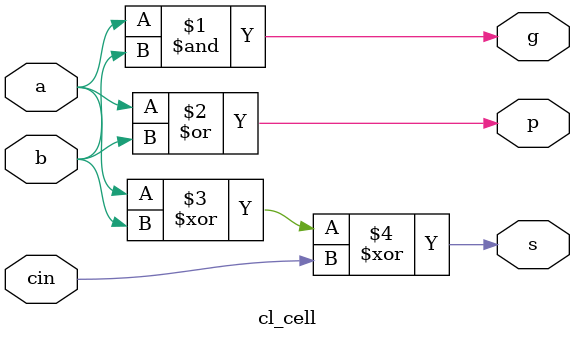
<source format=v>
module cl_cell(a, b, cin, p, g, s);
    /* Port Declarations */
    input a, b, cin; 
    output p, g, s; 
    /* Carry-lookahead Single Cell Logic */
    and generate_signal(g, a, b);
    or propogate_signal(p, a, b);
    xor sum(s, a, b, cin);
endmodule
</source>
